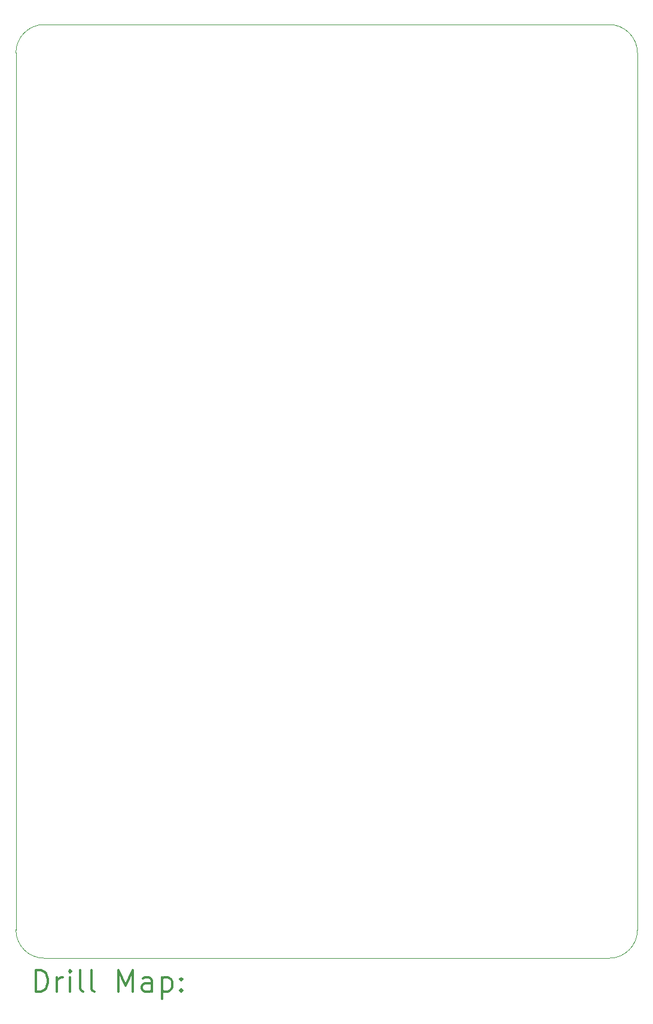
<source format=gbr>
%FSLAX45Y45*%
G04 Gerber Fmt 4.5, Leading zero omitted, Abs format (unit mm)*
G04 Created by KiCad (PCBNEW 5.0.2+dfsg1-1) date Sun 02 Jan 2022 06:45:02 PM PST*
%MOMM*%
%LPD*%
G01*
G04 APERTURE LIST*
%ADD10C,0.100000*%
%ADD11C,0.200000*%
%ADD12C,0.300000*%
G04 APERTURE END LIST*
D10*
X10800000Y-3000000D02*
X18800000Y-3000000D01*
X10400000Y-15800000D02*
X10400000Y-3400000D01*
X18800000Y-16200000D02*
X10800000Y-16200000D01*
X19200000Y-3400000D02*
X19200000Y-15800000D01*
X10800000Y-16200000D02*
G75*
G02X10400000Y-15800000I0J400000D01*
G01*
X19200000Y-15800000D02*
G75*
G02X18800000Y-16200000I-400000J0D01*
G01*
X18800000Y-3000000D02*
G75*
G02X19200000Y-3400000I0J-400000D01*
G01*
X10400000Y-3400000D02*
G75*
G02X10800000Y-3000000I400000J0D01*
G01*
D11*
D12*
X10681428Y-16670714D02*
X10681428Y-16370714D01*
X10752857Y-16370714D01*
X10795714Y-16385000D01*
X10824286Y-16413571D01*
X10838571Y-16442143D01*
X10852857Y-16499286D01*
X10852857Y-16542143D01*
X10838571Y-16599286D01*
X10824286Y-16627857D01*
X10795714Y-16656429D01*
X10752857Y-16670714D01*
X10681428Y-16670714D01*
X10981428Y-16670714D02*
X10981428Y-16470714D01*
X10981428Y-16527857D02*
X10995714Y-16499286D01*
X11010000Y-16485000D01*
X11038571Y-16470714D01*
X11067143Y-16470714D01*
X11167143Y-16670714D02*
X11167143Y-16470714D01*
X11167143Y-16370714D02*
X11152857Y-16385000D01*
X11167143Y-16399286D01*
X11181428Y-16385000D01*
X11167143Y-16370714D01*
X11167143Y-16399286D01*
X11352857Y-16670714D02*
X11324286Y-16656429D01*
X11310000Y-16627857D01*
X11310000Y-16370714D01*
X11510000Y-16670714D02*
X11481428Y-16656429D01*
X11467143Y-16627857D01*
X11467143Y-16370714D01*
X11852857Y-16670714D02*
X11852857Y-16370714D01*
X11952857Y-16585000D01*
X12052857Y-16370714D01*
X12052857Y-16670714D01*
X12324286Y-16670714D02*
X12324286Y-16513571D01*
X12310000Y-16485000D01*
X12281428Y-16470714D01*
X12224286Y-16470714D01*
X12195714Y-16485000D01*
X12324286Y-16656429D02*
X12295714Y-16670714D01*
X12224286Y-16670714D01*
X12195714Y-16656429D01*
X12181428Y-16627857D01*
X12181428Y-16599286D01*
X12195714Y-16570714D01*
X12224286Y-16556429D01*
X12295714Y-16556429D01*
X12324286Y-16542143D01*
X12467143Y-16470714D02*
X12467143Y-16770714D01*
X12467143Y-16485000D02*
X12495714Y-16470714D01*
X12552857Y-16470714D01*
X12581428Y-16485000D01*
X12595714Y-16499286D01*
X12610000Y-16527857D01*
X12610000Y-16613571D01*
X12595714Y-16642143D01*
X12581428Y-16656429D01*
X12552857Y-16670714D01*
X12495714Y-16670714D01*
X12467143Y-16656429D01*
X12738571Y-16642143D02*
X12752857Y-16656429D01*
X12738571Y-16670714D01*
X12724286Y-16656429D01*
X12738571Y-16642143D01*
X12738571Y-16670714D01*
X12738571Y-16485000D02*
X12752857Y-16499286D01*
X12738571Y-16513571D01*
X12724286Y-16499286D01*
X12738571Y-16485000D01*
X12738571Y-16513571D01*
M02*

</source>
